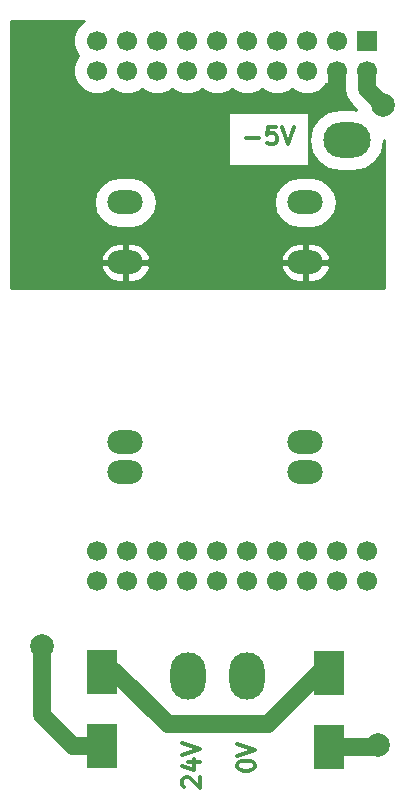
<source format=gbr>
G04 #@! TF.FileFunction,Copper,L1,Top,Signal*
%FSLAX46Y46*%
G04 Gerber Fmt 4.6, Leading zero omitted, Abs format (unit mm)*
G04 Created by KiCad (PCBNEW 4.0.6+dfsg1-1) date Fri May  4 13:32:45 2018*
%MOMM*%
%LPD*%
G01*
G04 APERTURE LIST*
%ADD10C,0.100000*%
%ADD11C,0.300000*%
%ADD12R,2.500000X3.750000*%
%ADD13O,4.000000X3.000000*%
%ADD14O,3.000000X4.000000*%
%ADD15O,3.000000X2.000000*%
%ADD16C,1.700000*%
%ADD17R,1.700000X1.700000*%
%ADD18C,2.000000*%
%ADD19C,1.500000*%
%ADD20C,0.254000*%
G04 APERTURE END LIST*
D10*
D11*
X20338571Y2635715D02*
X20338571Y2778572D01*
X20410000Y2921429D01*
X20481429Y2992858D01*
X20624286Y3064287D01*
X20910000Y3135715D01*
X21267143Y3135715D01*
X21552857Y3064287D01*
X21695714Y2992858D01*
X21767143Y2921429D01*
X21838571Y2778572D01*
X21838571Y2635715D01*
X21767143Y2492858D01*
X21695714Y2421429D01*
X21552857Y2350001D01*
X21267143Y2278572D01*
X20910000Y2278572D01*
X20624286Y2350001D01*
X20481429Y2421429D01*
X20410000Y2492858D01*
X20338571Y2635715D01*
X20338571Y3564286D02*
X21838571Y4064286D01*
X20338571Y4564286D01*
X15851429Y894286D02*
X15780000Y965715D01*
X15708571Y1108572D01*
X15708571Y1465715D01*
X15780000Y1608572D01*
X15851429Y1680001D01*
X15994286Y1751429D01*
X16137143Y1751429D01*
X16351429Y1680001D01*
X17208571Y822858D01*
X17208571Y1751429D01*
X16208571Y3037143D02*
X17208571Y3037143D01*
X15637143Y2680000D02*
X16708571Y2322857D01*
X16708571Y3251429D01*
X15708571Y3608571D02*
X17208571Y4108571D01*
X15708571Y4608571D01*
X21071429Y55892857D02*
X22214286Y55892857D01*
X23642858Y56821429D02*
X22928572Y56821429D01*
X22857143Y56107143D01*
X22928572Y56178571D01*
X23071429Y56250000D01*
X23428572Y56250000D01*
X23571429Y56178571D01*
X23642858Y56107143D01*
X23714286Y55964286D01*
X23714286Y55607143D01*
X23642858Y55464286D01*
X23571429Y55392857D01*
X23428572Y55321429D01*
X23071429Y55321429D01*
X22928572Y55392857D01*
X22857143Y55464286D01*
X24142857Y56821429D02*
X24642857Y55321429D01*
X25142857Y56821429D01*
D12*
X8930000Y4415000D03*
X8930000Y10665000D03*
D13*
X29610000Y55680000D03*
D14*
X16140000Y10340000D03*
X21140000Y10340000D03*
D15*
X10860000Y50400000D03*
X10860000Y45320000D03*
X10860000Y27540000D03*
X10860000Y30080000D03*
X26100000Y30080000D03*
X26100000Y27540000D03*
X26100000Y45320000D03*
X26100000Y50400000D03*
D16*
X8430000Y18370000D03*
X8430000Y20910000D03*
X10970000Y18370000D03*
X10970000Y20910000D03*
X13510000Y18370000D03*
X13510000Y20910000D03*
X16050000Y18370000D03*
X16050000Y20910000D03*
X18590000Y18370000D03*
X18590000Y20910000D03*
X21130000Y18370000D03*
X21130000Y20910000D03*
X23670000Y18370000D03*
X23670000Y20910000D03*
X26210000Y18370000D03*
X26210000Y20910000D03*
X28750000Y18370000D03*
X28750000Y20910000D03*
X31290000Y18370000D03*
X31290000Y20910000D03*
D17*
X31290000Y64090000D03*
D16*
X31290000Y61550000D03*
X28750000Y64090000D03*
X28750000Y61550000D03*
X26210000Y64090000D03*
X26210000Y61550000D03*
X23670000Y64090000D03*
X23670000Y61550000D03*
X21130000Y64090000D03*
X21130000Y61550000D03*
X18590000Y64090000D03*
X18590000Y61550000D03*
X16050000Y64090000D03*
X16050000Y61550000D03*
X13510000Y64090000D03*
X13510000Y61550000D03*
X10970000Y64090000D03*
X10970000Y61550000D03*
X8430000Y64090000D03*
X8430000Y61550000D03*
D12*
X28090000Y10555000D03*
X28090000Y4305000D03*
D18*
X3840000Y12800000D03*
X32230000Y4420000D03*
X32680000Y58640000D03*
X10160000Y55680000D03*
D19*
X8930000Y4415000D02*
X6445000Y4415000D01*
X3840000Y7020000D02*
X3840000Y12800000D01*
X6445000Y4415000D02*
X3840000Y7020000D01*
X32115000Y4305000D02*
X28090000Y4305000D01*
X32230000Y4420000D02*
X32115000Y4305000D01*
X31290000Y60030000D02*
X32680000Y58640000D01*
X31290000Y61550000D02*
X31290000Y60030000D01*
X13120000Y58640000D02*
X10160000Y55680000D01*
X27120000Y58640000D02*
X13120000Y58640000D01*
X28750000Y60270000D02*
X27120000Y58640000D01*
X28750000Y61550000D02*
X28750000Y60270000D01*
X28090000Y10555000D02*
X27305000Y10555000D01*
X27305000Y10555000D02*
X22950000Y6200000D01*
X22950000Y6200000D02*
X14500000Y6200000D01*
X14500000Y6200000D02*
X10035000Y10665000D01*
X10035000Y10665000D02*
X8930000Y10665000D01*
D20*
G36*
X7311582Y65766997D02*
X6754958Y65211343D01*
X6453344Y64484975D01*
X6452657Y63698476D01*
X6753003Y62971582D01*
X6904098Y62820223D01*
X6754958Y62671343D01*
X6453344Y61944975D01*
X6452657Y61158476D01*
X6753003Y60431582D01*
X7308657Y59874958D01*
X8035025Y59573344D01*
X8821524Y59572657D01*
X9548418Y59873003D01*
X9699777Y60024098D01*
X9848657Y59874958D01*
X10575025Y59573344D01*
X11361524Y59572657D01*
X12088418Y59873003D01*
X12239777Y60024098D01*
X12388657Y59874958D01*
X13115025Y59573344D01*
X13901524Y59572657D01*
X14628418Y59873003D01*
X14779777Y60024098D01*
X14928657Y59874958D01*
X15655025Y59573344D01*
X16441524Y59572657D01*
X17168418Y59873003D01*
X17319777Y60024098D01*
X17468657Y59874958D01*
X18195025Y59573344D01*
X18981524Y59572657D01*
X19708418Y59873003D01*
X19859777Y60024098D01*
X20008657Y59874958D01*
X20735025Y59573344D01*
X21521524Y59572657D01*
X22248418Y59873003D01*
X22399777Y60024098D01*
X22548657Y59874958D01*
X23275025Y59573344D01*
X24061524Y59572657D01*
X24788418Y59873003D01*
X24939777Y60024098D01*
X25088657Y59874958D01*
X25815025Y59573344D01*
X26601524Y59572657D01*
X27328418Y59873003D01*
X27885042Y60428657D01*
X27899355Y60463127D01*
X27965920Y60254741D01*
X28521279Y60053282D01*
X29111458Y60079685D01*
X29413000Y60204588D01*
X29413000Y60030000D01*
X29503971Y59572657D01*
X29555878Y59311703D01*
X29962761Y58702761D01*
X30405019Y58260503D01*
X30171262Y58307000D01*
X29048738Y58307000D01*
X28043429Y58107032D01*
X27191168Y57537570D01*
X26621706Y56685309D01*
X26421738Y55680000D01*
X26621706Y54674691D01*
X27191168Y53822430D01*
X28043429Y53252968D01*
X29048738Y53053000D01*
X30171262Y53053000D01*
X31176571Y53252968D01*
X32028832Y53822430D01*
X32598294Y54674691D01*
X32798000Y55678683D01*
X32798000Y43127000D01*
X1202000Y43127000D01*
X1202000Y44939566D01*
X8769876Y44939566D01*
X8800856Y44811645D01*
X9114078Y44253683D01*
X9616980Y43858058D01*
X10233000Y43685000D01*
X10733000Y43685000D01*
X10733000Y45193000D01*
X10987000Y45193000D01*
X10987000Y43685000D01*
X11487000Y43685000D01*
X12103020Y43858058D01*
X12605922Y44253683D01*
X12919144Y44811645D01*
X12950124Y44939566D01*
X24009876Y44939566D01*
X24040856Y44811645D01*
X24354078Y44253683D01*
X24856980Y43858058D01*
X25473000Y43685000D01*
X25973000Y43685000D01*
X25973000Y45193000D01*
X26227000Y45193000D01*
X26227000Y43685000D01*
X26727000Y43685000D01*
X27343020Y43858058D01*
X27845922Y44253683D01*
X28159144Y44811645D01*
X28190124Y44939566D01*
X28070777Y45193000D01*
X26227000Y45193000D01*
X25973000Y45193000D01*
X24129223Y45193000D01*
X24009876Y44939566D01*
X12950124Y44939566D01*
X12830777Y45193000D01*
X10987000Y45193000D01*
X10733000Y45193000D01*
X8889223Y45193000D01*
X8769876Y44939566D01*
X1202000Y44939566D01*
X1202000Y45700434D01*
X8769876Y45700434D01*
X8889223Y45447000D01*
X10733000Y45447000D01*
X10733000Y46955000D01*
X10987000Y46955000D01*
X10987000Y45447000D01*
X12830777Y45447000D01*
X12950124Y45700434D01*
X24009876Y45700434D01*
X24129223Y45447000D01*
X25973000Y45447000D01*
X25973000Y46955000D01*
X26227000Y46955000D01*
X26227000Y45447000D01*
X28070777Y45447000D01*
X28190124Y45700434D01*
X28159144Y45828355D01*
X27845922Y46386317D01*
X27343020Y46781942D01*
X26727000Y46955000D01*
X26227000Y46955000D01*
X25973000Y46955000D01*
X25473000Y46955000D01*
X24856980Y46781942D01*
X24354078Y46386317D01*
X24040856Y45828355D01*
X24009876Y45700434D01*
X12950124Y45700434D01*
X12919144Y45828355D01*
X12605922Y46386317D01*
X12103020Y46781942D01*
X11487000Y46955000D01*
X10987000Y46955000D01*
X10733000Y46955000D01*
X10233000Y46955000D01*
X9616980Y46781942D01*
X9114078Y46386317D01*
X8800856Y45828355D01*
X8769876Y45700434D01*
X1202000Y45700434D01*
X1202000Y50400000D01*
X8181534Y50400000D01*
X8343442Y49586032D01*
X8804518Y48895984D01*
X9494566Y48434908D01*
X10308534Y48273000D01*
X11411466Y48273000D01*
X12225434Y48434908D01*
X12915482Y48895984D01*
X13376558Y49586032D01*
X13538466Y50400000D01*
X23421534Y50400000D01*
X23583442Y49586032D01*
X24044518Y48895984D01*
X24734566Y48434908D01*
X25548534Y48273000D01*
X26651466Y48273000D01*
X27465434Y48434908D01*
X28155482Y48895984D01*
X28616558Y49586032D01*
X28778466Y50400000D01*
X28616558Y51213968D01*
X28155482Y51904016D01*
X27465434Y52365092D01*
X26651466Y52527000D01*
X25548534Y52527000D01*
X24734566Y52365092D01*
X24044518Y51904016D01*
X23583442Y51213968D01*
X23421534Y50400000D01*
X13538466Y50400000D01*
X13376558Y51213968D01*
X12915482Y51904016D01*
X12225434Y52365092D01*
X11411466Y52527000D01*
X10308534Y52527000D01*
X9494566Y52365092D01*
X8804518Y51904016D01*
X8343442Y51213968D01*
X8181534Y50400000D01*
X1202000Y50400000D01*
X1202000Y58327000D01*
X19587286Y58327000D01*
X19587286Y53523000D01*
X26412714Y53523000D01*
X26412714Y58327000D01*
X19587286Y58327000D01*
X1202000Y58327000D01*
X1202000Y65798000D01*
X7386615Y65798000D01*
X7311582Y65766997D01*
X7311582Y65766997D01*
G37*
X7311582Y65766997D02*
X6754958Y65211343D01*
X6453344Y64484975D01*
X6452657Y63698476D01*
X6753003Y62971582D01*
X6904098Y62820223D01*
X6754958Y62671343D01*
X6453344Y61944975D01*
X6452657Y61158476D01*
X6753003Y60431582D01*
X7308657Y59874958D01*
X8035025Y59573344D01*
X8821524Y59572657D01*
X9548418Y59873003D01*
X9699777Y60024098D01*
X9848657Y59874958D01*
X10575025Y59573344D01*
X11361524Y59572657D01*
X12088418Y59873003D01*
X12239777Y60024098D01*
X12388657Y59874958D01*
X13115025Y59573344D01*
X13901524Y59572657D01*
X14628418Y59873003D01*
X14779777Y60024098D01*
X14928657Y59874958D01*
X15655025Y59573344D01*
X16441524Y59572657D01*
X17168418Y59873003D01*
X17319777Y60024098D01*
X17468657Y59874958D01*
X18195025Y59573344D01*
X18981524Y59572657D01*
X19708418Y59873003D01*
X19859777Y60024098D01*
X20008657Y59874958D01*
X20735025Y59573344D01*
X21521524Y59572657D01*
X22248418Y59873003D01*
X22399777Y60024098D01*
X22548657Y59874958D01*
X23275025Y59573344D01*
X24061524Y59572657D01*
X24788418Y59873003D01*
X24939777Y60024098D01*
X25088657Y59874958D01*
X25815025Y59573344D01*
X26601524Y59572657D01*
X27328418Y59873003D01*
X27885042Y60428657D01*
X27899355Y60463127D01*
X27965920Y60254741D01*
X28521279Y60053282D01*
X29111458Y60079685D01*
X29413000Y60204588D01*
X29413000Y60030000D01*
X29503971Y59572657D01*
X29555878Y59311703D01*
X29962761Y58702761D01*
X30405019Y58260503D01*
X30171262Y58307000D01*
X29048738Y58307000D01*
X28043429Y58107032D01*
X27191168Y57537570D01*
X26621706Y56685309D01*
X26421738Y55680000D01*
X26621706Y54674691D01*
X27191168Y53822430D01*
X28043429Y53252968D01*
X29048738Y53053000D01*
X30171262Y53053000D01*
X31176571Y53252968D01*
X32028832Y53822430D01*
X32598294Y54674691D01*
X32798000Y55678683D01*
X32798000Y43127000D01*
X1202000Y43127000D01*
X1202000Y44939566D01*
X8769876Y44939566D01*
X8800856Y44811645D01*
X9114078Y44253683D01*
X9616980Y43858058D01*
X10233000Y43685000D01*
X10733000Y43685000D01*
X10733000Y45193000D01*
X10987000Y45193000D01*
X10987000Y43685000D01*
X11487000Y43685000D01*
X12103020Y43858058D01*
X12605922Y44253683D01*
X12919144Y44811645D01*
X12950124Y44939566D01*
X24009876Y44939566D01*
X24040856Y44811645D01*
X24354078Y44253683D01*
X24856980Y43858058D01*
X25473000Y43685000D01*
X25973000Y43685000D01*
X25973000Y45193000D01*
X26227000Y45193000D01*
X26227000Y43685000D01*
X26727000Y43685000D01*
X27343020Y43858058D01*
X27845922Y44253683D01*
X28159144Y44811645D01*
X28190124Y44939566D01*
X28070777Y45193000D01*
X26227000Y45193000D01*
X25973000Y45193000D01*
X24129223Y45193000D01*
X24009876Y44939566D01*
X12950124Y44939566D01*
X12830777Y45193000D01*
X10987000Y45193000D01*
X10733000Y45193000D01*
X8889223Y45193000D01*
X8769876Y44939566D01*
X1202000Y44939566D01*
X1202000Y45700434D01*
X8769876Y45700434D01*
X8889223Y45447000D01*
X10733000Y45447000D01*
X10733000Y46955000D01*
X10987000Y46955000D01*
X10987000Y45447000D01*
X12830777Y45447000D01*
X12950124Y45700434D01*
X24009876Y45700434D01*
X24129223Y45447000D01*
X25973000Y45447000D01*
X25973000Y46955000D01*
X26227000Y46955000D01*
X26227000Y45447000D01*
X28070777Y45447000D01*
X28190124Y45700434D01*
X28159144Y45828355D01*
X27845922Y46386317D01*
X27343020Y46781942D01*
X26727000Y46955000D01*
X26227000Y46955000D01*
X25973000Y46955000D01*
X25473000Y46955000D01*
X24856980Y46781942D01*
X24354078Y46386317D01*
X24040856Y45828355D01*
X24009876Y45700434D01*
X12950124Y45700434D01*
X12919144Y45828355D01*
X12605922Y46386317D01*
X12103020Y46781942D01*
X11487000Y46955000D01*
X10987000Y46955000D01*
X10733000Y46955000D01*
X10233000Y46955000D01*
X9616980Y46781942D01*
X9114078Y46386317D01*
X8800856Y45828355D01*
X8769876Y45700434D01*
X1202000Y45700434D01*
X1202000Y50400000D01*
X8181534Y50400000D01*
X8343442Y49586032D01*
X8804518Y48895984D01*
X9494566Y48434908D01*
X10308534Y48273000D01*
X11411466Y48273000D01*
X12225434Y48434908D01*
X12915482Y48895984D01*
X13376558Y49586032D01*
X13538466Y50400000D01*
X23421534Y50400000D01*
X23583442Y49586032D01*
X24044518Y48895984D01*
X24734566Y48434908D01*
X25548534Y48273000D01*
X26651466Y48273000D01*
X27465434Y48434908D01*
X28155482Y48895984D01*
X28616558Y49586032D01*
X28778466Y50400000D01*
X28616558Y51213968D01*
X28155482Y51904016D01*
X27465434Y52365092D01*
X26651466Y52527000D01*
X25548534Y52527000D01*
X24734566Y52365092D01*
X24044518Y51904016D01*
X23583442Y51213968D01*
X23421534Y50400000D01*
X13538466Y50400000D01*
X13376558Y51213968D01*
X12915482Y51904016D01*
X12225434Y52365092D01*
X11411466Y52527000D01*
X10308534Y52527000D01*
X9494566Y52365092D01*
X8804518Y51904016D01*
X8343442Y51213968D01*
X8181534Y50400000D01*
X1202000Y50400000D01*
X1202000Y58327000D01*
X19587286Y58327000D01*
X19587286Y53523000D01*
X26412714Y53523000D01*
X26412714Y58327000D01*
X19587286Y58327000D01*
X1202000Y58327000D01*
X1202000Y65798000D01*
X7386615Y65798000D01*
X7311582Y65766997D01*
G36*
X28943748Y61564142D02*
X28929605Y61550000D01*
X28943748Y61535857D01*
X28764143Y61356252D01*
X28750000Y61370395D01*
X28735858Y61356252D01*
X28556253Y61535857D01*
X28570395Y61550000D01*
X28556253Y61564142D01*
X28735858Y61743747D01*
X28750000Y61729605D01*
X28764143Y61743747D01*
X28943748Y61564142D01*
X28943748Y61564142D01*
G37*
X28943748Y61564142D02*
X28929605Y61550000D01*
X28943748Y61535857D01*
X28764143Y61356252D01*
X28750000Y61370395D01*
X28735858Y61356252D01*
X28556253Y61535857D01*
X28570395Y61550000D01*
X28556253Y61564142D01*
X28735858Y61743747D01*
X28750000Y61729605D01*
X28764143Y61743747D01*
X28943748Y61564142D01*
M02*

</source>
